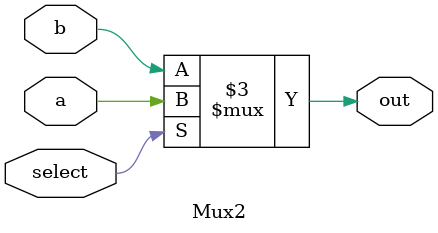
<source format=v>
/**@file
 * @brief     Two input multiplexer 
 * @author    Igor Lesik
 * @copyright Igor Lesik 2014
 *
 *
 *       +------+
 * __a___| 1     \
 *       |        |___out___
 * __b___| 0      |
 *       |       /
 *       +---|--+
 *           |
 *         select
 *
 */
module Mux2 (a, b, select, out);
   
  parameter WIDTH = 1;

  input  [WIDTH-1:0] a;
  input  [WIDTH-1:0] b;
  input              select;

  output [WIDTH-1:0] out;

  reg    [WIDTH-1:0] out;
  
  always @(a or b or select)
      if (select)
          out = a;
      else
          out = b;

endmodule


</source>
